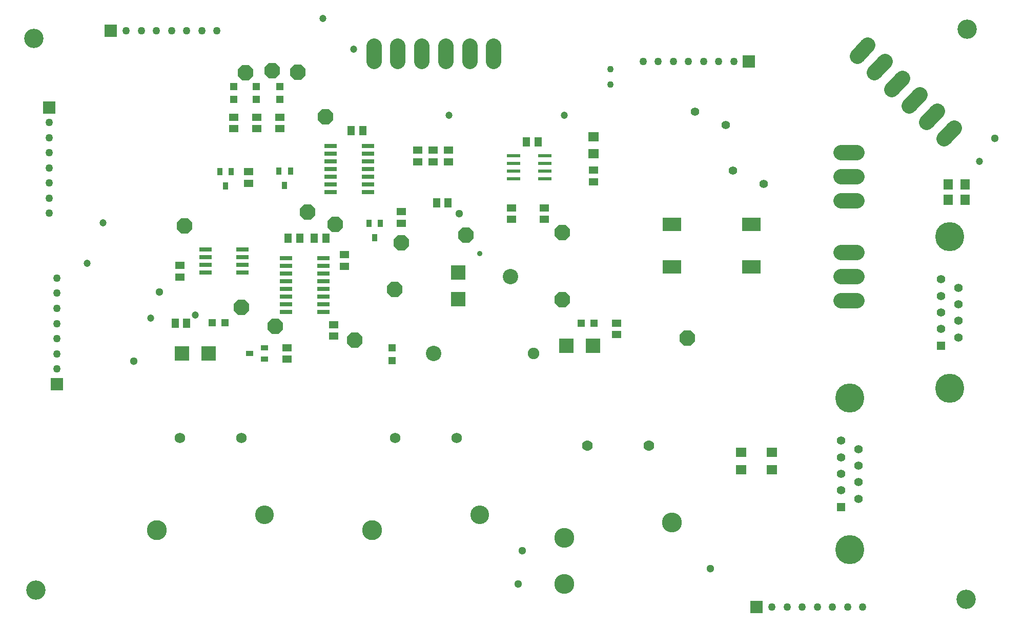
<source format=gbr>
G04 EAGLE Gerber RS-274X export*
G75*
%MOMM*%
%FSLAX34Y34*%
%LPD*%
%INSoldermask Top*%
%IPPOS*%
%AMOC8*
5,1,8,0,0,1.08239X$1,22.5*%
G01*
%ADD10C,2.550000*%
%ADD11R,1.500000X1.300000*%
%ADD12R,1.300000X1.500000*%
%ADD13R,1.800000X1.600000*%
%ADD14R,1.300000X1.600000*%
%ADD15R,2.400000X2.400000*%
%ADD16R,3.150000X2.200000*%
%ADD17C,1.397000*%
%ADD18C,3.200000*%
%ADD19R,2.032000X0.660400*%
%ADD20R,2.200000X0.600000*%
%ADD21C,3.290000*%
%ADD22C,1.770000*%
%ADD23R,1.200000X1.200000*%
%ADD24R,0.900000X1.200000*%
%ADD25R,1.200000X0.900000*%
%ADD26R,1.803000X1.600000*%
%ADD27P,2.763017X8X22.500000*%
%ADD28C,1.100000*%
%ADD29R,1.400000X1.400000*%
%ADD30C,1.400000*%
%ADD31C,4.800000*%
%ADD32C,1.755000*%
%ADD33C,3.090000*%
%ADD34C,3.300000*%
%ADD35R,2.032000X2.032000*%
%ADD36C,1.270000*%
%ADD37R,1.600000X1.803000*%
%ADD38C,1.300000*%
%ADD39C,1.905000*%
%ADD40C,0.900000*%
%ADD41C,2.540000*%
%ADD42C,1.200000*%


D10*
X1422450Y544600D02*
X1396950Y544600D01*
X1396950Y584200D02*
X1422450Y584200D01*
X1422450Y623800D02*
X1396950Y623800D01*
D11*
X576580Y620370D03*
X576580Y601370D03*
D12*
X587400Y825500D03*
X606400Y825500D03*
X895960Y806450D03*
X876960Y806450D03*
D11*
X906780Y697840D03*
X906780Y678840D03*
D13*
X988060Y787370D03*
X988060Y815370D03*
D11*
X722630Y793090D03*
X722630Y774090D03*
D14*
X525940Y647700D03*
X545940Y647700D03*
D15*
X987200Y469900D03*
X943200Y469900D03*
D16*
X1117600Y600000D03*
X1117600Y670000D03*
X1248410Y600000D03*
X1248410Y670000D03*
D15*
X308200Y457200D03*
X352200Y457200D03*
X764540Y546960D03*
X764540Y590960D03*
D10*
X822900Y939750D02*
X822900Y965250D01*
X783300Y965250D02*
X783300Y939750D01*
X743700Y939750D02*
X743700Y965250D01*
X704100Y965250D02*
X704100Y939750D01*
X664500Y939750D02*
X664500Y965250D01*
X624900Y965250D02*
X624900Y939750D01*
D17*
X1268730Y737030D03*
X1217930Y759030D03*
X1155700Y856820D03*
X1206500Y834820D03*
D18*
X63500Y977900D03*
X66802Y66040D03*
X1604772Y992759D03*
X1602994Y50356D03*
D19*
X479806Y614680D03*
X541274Y614680D03*
X479806Y601980D03*
X479806Y589280D03*
X541274Y601980D03*
X541274Y589280D03*
X479806Y576580D03*
X541274Y576580D03*
X479806Y563880D03*
X541274Y563880D03*
X479806Y551180D03*
X479806Y538480D03*
X541274Y551180D03*
X541274Y538480D03*
X479806Y525780D03*
X541274Y525780D03*
D20*
X855380Y770890D03*
X907380Y770890D03*
X855380Y783590D03*
X855380Y758190D03*
X855380Y745490D03*
X907380Y783590D03*
X907380Y758190D03*
X907380Y745490D03*
D19*
X614934Y723900D03*
X553466Y723900D03*
X614934Y736600D03*
X614934Y749300D03*
X553466Y736600D03*
X553466Y749300D03*
X614934Y762000D03*
X553466Y762000D03*
X614934Y774700D03*
X614934Y787400D03*
X553466Y774700D03*
X553466Y787400D03*
X614934Y800100D03*
X553466Y800100D03*
D21*
X1117600Y177800D03*
X939800Y152400D03*
X939800Y76200D03*
D22*
X1079500Y304800D03*
X977900Y304800D03*
D23*
X967400Y506730D03*
X988400Y506730D03*
X430530Y898230D03*
X430530Y877230D03*
X469900Y898230D03*
X469900Y877230D03*
X393700Y898230D03*
X393700Y877230D03*
D19*
X346456Y628650D03*
X407924Y628650D03*
X346456Y615950D03*
X346456Y603250D03*
X407924Y615950D03*
X407924Y603250D03*
X346456Y590550D03*
X407924Y590550D03*
D10*
X1396950Y709700D02*
X1422450Y709700D01*
X1422450Y749300D02*
X1396950Y749300D01*
X1396950Y788900D02*
X1422450Y788900D01*
X1566445Y811385D02*
X1584062Y829820D01*
X1555433Y857179D02*
X1537815Y838744D01*
X1509186Y866103D02*
X1526803Y884538D01*
X1498174Y911897D02*
X1480557Y893462D01*
X1451927Y920821D02*
X1469545Y939256D01*
X1440915Y966615D02*
X1423298Y948180D01*
D24*
X477520Y734760D03*
X468020Y758760D03*
X487020Y758760D03*
X626110Y648400D03*
X616610Y672400D03*
X635610Y672400D03*
X379730Y733490D03*
X370230Y757490D03*
X389230Y757490D03*
D25*
X419800Y457200D03*
X443800Y466700D03*
X443800Y447700D03*
D26*
X1231900Y293620D03*
X1231900Y265180D03*
D11*
X697230Y793090D03*
X697230Y774090D03*
X748030Y774090D03*
X748030Y793090D03*
X481330Y466700D03*
X481330Y447700D03*
D12*
X483260Y647700D03*
X502260Y647700D03*
D11*
X1026160Y488340D03*
X1026160Y507340D03*
X670560Y691490D03*
X670560Y672490D03*
X417830Y738530D03*
X417830Y757530D03*
X304800Y602590D03*
X304800Y583590D03*
D26*
X1282700Y293620D03*
X1282700Y265180D03*
D11*
X988060Y760070D03*
X988060Y741070D03*
X469900Y828700D03*
X469900Y847700D03*
X431800Y828700D03*
X431800Y847700D03*
X393700Y828700D03*
X393700Y847700D03*
X852170Y678840D03*
X852170Y697840D03*
D27*
X412750Y920750D03*
X312420Y668020D03*
X462280Y501650D03*
X457200Y924560D03*
D28*
X1016000Y927100D03*
X1016000Y901700D03*
D29*
X1562100Y469900D03*
D30*
X1562100Y497300D03*
X1562100Y524700D03*
X1562100Y552100D03*
X1562100Y579500D03*
X1590500Y483600D03*
X1590500Y511000D03*
X1590500Y538400D03*
X1590500Y565800D03*
D31*
X1576300Y399750D03*
X1576300Y649650D03*
D29*
X1397000Y203200D03*
D30*
X1397000Y230600D03*
X1397000Y258000D03*
X1397000Y285400D03*
X1397000Y312800D03*
X1425400Y216900D03*
X1425400Y244300D03*
X1425400Y271700D03*
X1425400Y299100D03*
D31*
X1411200Y133050D03*
X1411200Y382950D03*
D27*
X670560Y640080D03*
X515620Y690880D03*
X406400Y533400D03*
X935990Y546100D03*
X935990Y656590D03*
X561340Y670560D03*
X1143000Y482600D03*
D11*
X558800Y485800D03*
X558800Y504800D03*
D12*
X315570Y506730D03*
X296570Y506730D03*
D23*
X378800Y508000D03*
X357800Y508000D03*
D12*
X728370Y706120D03*
X747370Y706120D03*
D23*
X655320Y445430D03*
X655320Y466430D03*
D27*
X659130Y562610D03*
X499110Y922020D03*
X593090Y478790D03*
X544830Y848360D03*
X777240Y652780D03*
D32*
X304800Y317500D03*
X406400Y317500D03*
D33*
X444500Y190500D03*
D34*
X266700Y165100D03*
D32*
X660400Y317500D03*
X762000Y317500D03*
D33*
X800100Y190500D03*
D34*
X622300Y165100D03*
D35*
X190500Y990600D03*
D36*
X215392Y990600D03*
X240538Y990600D03*
X265430Y990600D03*
X290576Y990600D03*
X315468Y990600D03*
X340614Y990600D03*
X365506Y990600D03*
D35*
X101600Y406400D03*
D36*
X101600Y431292D03*
X101600Y456438D03*
X101600Y481330D03*
X101600Y506476D03*
X101600Y531368D03*
X101600Y556514D03*
X101600Y581406D03*
D35*
X1257300Y38100D03*
D36*
X1282192Y38100D03*
X1307338Y38100D03*
X1332230Y38100D03*
X1357376Y38100D03*
X1382268Y38100D03*
X1407414Y38100D03*
X1432306Y38100D03*
D35*
X1244600Y939800D03*
D36*
X1219708Y939800D03*
X1194562Y939800D03*
X1169670Y939800D03*
X1144524Y939800D03*
X1119632Y939800D03*
X1094486Y939800D03*
X1069594Y939800D03*
D35*
X88900Y863600D03*
D36*
X88900Y838708D03*
X88900Y813562D03*
X88900Y788670D03*
X88900Y763524D03*
X88900Y738632D03*
X88900Y713486D03*
X88900Y688594D03*
D37*
X1601720Y711200D03*
X1573280Y711200D03*
X1601720Y736600D03*
X1573280Y736600D03*
D38*
X765810Y688340D03*
D39*
X889000Y457200D03*
D40*
X800100Y622300D03*
D41*
X723900Y457200D03*
D42*
X256540Y515620D03*
X330200Y520700D03*
D38*
X1181100Y101600D03*
X869950Y130810D03*
X228600Y444500D03*
X270510Y558800D03*
D42*
X151130Y605790D03*
X177800Y673100D03*
X749300Y850900D03*
X939800Y850900D03*
X591820Y960120D03*
X541020Y1010920D03*
D41*
X850900Y584200D03*
D42*
X1625600Y774700D03*
D38*
X1651000Y812800D03*
X863600Y76200D03*
M02*

</source>
